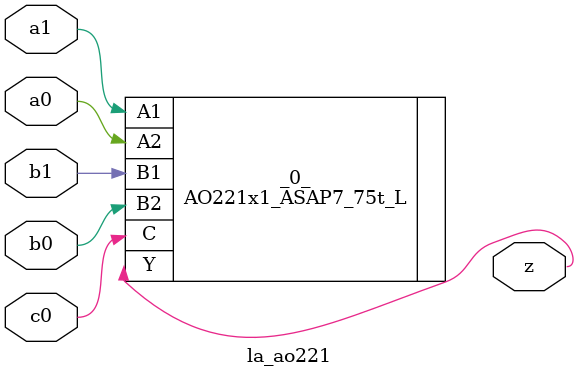
<source format=v>

/* Generated by Yosys 0.44 (git sha1 80ba43d26, g++ 11.4.0-1ubuntu1~22.04 -fPIC -O3) */

(* top =  1  *)
(* src = "inputs/la_ao221.v:10.1-23.10" *)
module la_ao221 (
    a0,
    a1,
    b0,
    b1,
    c0,
    z
);
  (* src = "inputs/la_ao221.v:13.12-13.14" *)
  input a0;
  wire a0;
  (* src = "inputs/la_ao221.v:14.12-14.14" *)
  input a1;
  wire a1;
  (* src = "inputs/la_ao221.v:15.12-15.14" *)
  input b0;
  wire b0;
  (* src = "inputs/la_ao221.v:16.12-16.14" *)
  input b1;
  wire b1;
  (* src = "inputs/la_ao221.v:17.12-17.14" *)
  input c0;
  wire c0;
  (* src = "inputs/la_ao221.v:18.12-18.13" *)
  output z;
  wire z;
  AO221x1_ASAP7_75t_L _0_ (
      .A1(a1),
      .A2(a0),
      .B1(b1),
      .B2(b0),
      .C (c0),
      .Y (z)
  );
endmodule

</source>
